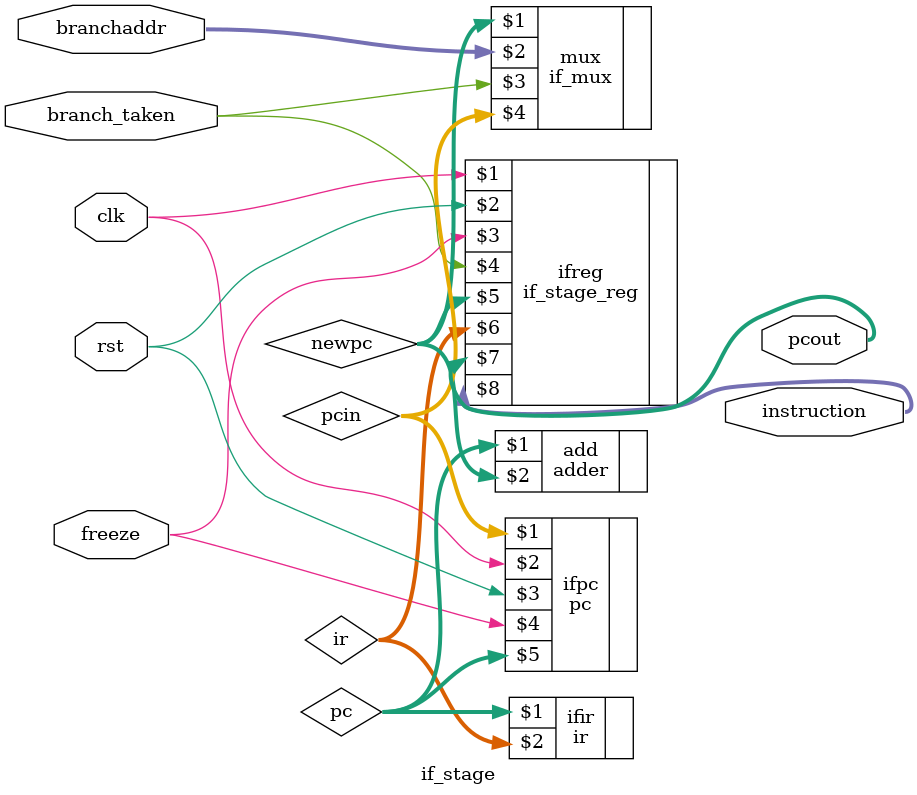
<source format=v>
module if_stage(input clk,rst,freeze,branch_taken,
input [31:0]branchaddr,output [31:0]pcout,instruction);
wire [31:0] pcin,pc,ir,newpc;
adder add(pc,newpc);
if_mux mux(newpc,branchaddr,branch_taken,pcin);
pc ifpc(pcin,clk,rst,freeze,pc);
ir ifir(pc,ir);
if_stage_reg ifreg(clk,rst,freeze,branch_taken,newpc,ir,pcout,instruction);
endmodule
</source>
